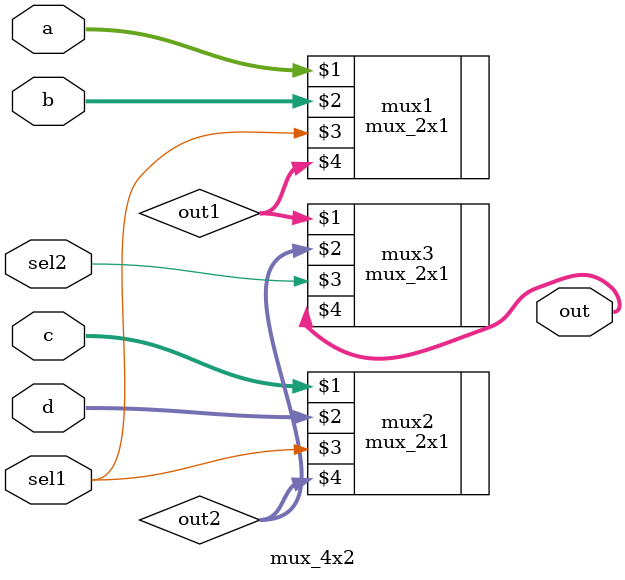
<source format=sv>
`timescale 1ns / 1ps

module mux_4x2(
    input [31:0] a,
    input [31:0] b,
    input [31:0] c,
    input [31:0] d,
    input sel1, sel2,
    output [31:0] out
    );
    wire [31:0] out1, out2;
    mux_2x1 mux1(a, b, sel1, out1);
    mux_2x1 mux2(c, d, sel1, out2);
    mux_2x1 mux3(out1, out2, sel2, out);
endmodule
</source>
